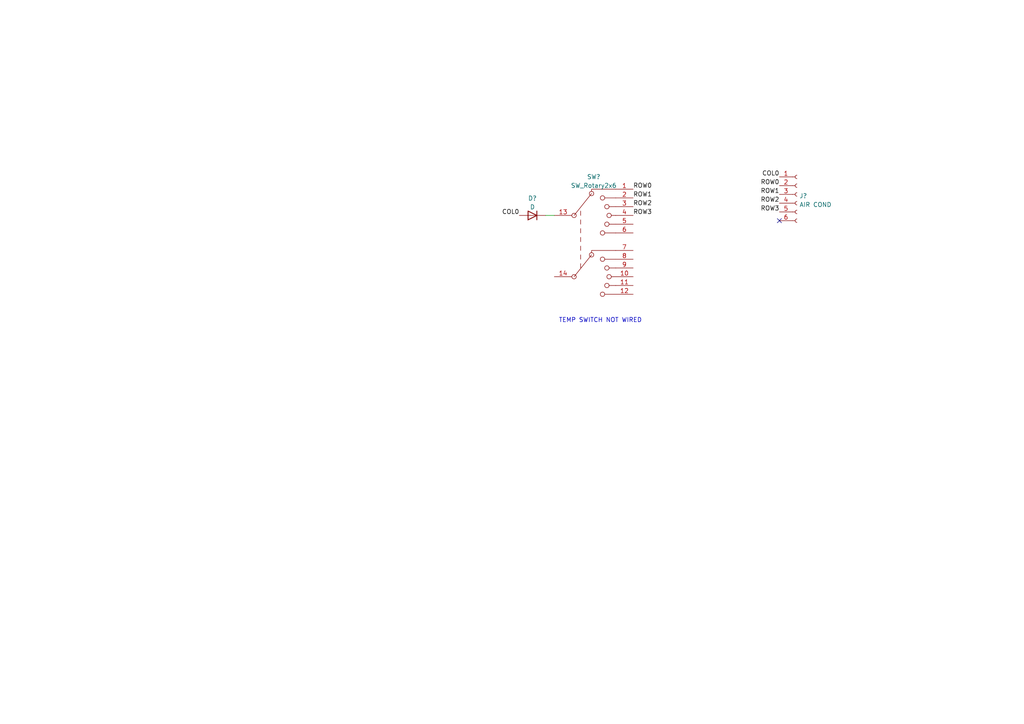
<source format=kicad_sch>
(kicad_sch (version 20211123) (generator eeschema)
  (paper "A4")
  (lib_symbols
    (symbol "Connector:Conn_01x06_Female" (pin_names (offset 1.016) hide)
      (property "Reference" "J" (at 0 7.62 0))
      (property "Value" "Conn_01x06_Female" (at 0 -10.16 0))
      (symbol "Conn_01x06_Female_1_1"
        (arc (start 0 -7.112) (mid -0.508 -7.62) (end 0 -8.128) (stroke (width 0.1524)))
        (arc (start 0 -4.572) (mid -0.508 -5.08) (end 0 -5.588) (stroke (width 0.1524)))
        (arc (start 0 -2.032) (mid -0.508 -2.54) (end 0 -3.048) (stroke (width 0.1524)))
        (polyline (pts (xy -1.27 -7.62) (xy -0.508 -7.62)) (stroke (width 0.1524)))
        (polyline (pts (xy -1.27 -5.08) (xy -0.508 -5.08)) (stroke (width 0.1524)))
        (polyline (pts (xy -1.27 -2.54) (xy -0.508 -2.54)) (stroke (width 0.1524)))
        (polyline (pts (xy -1.27 0) (xy -0.508 0)) (stroke (width 0.1524)))
        (polyline (pts (xy -1.27 2.54) (xy -0.508 2.54)) (stroke (width 0.1524)))
        (polyline (pts (xy -1.27 5.08) (xy -0.508 5.08)) (stroke (width 0.1524)))
        (arc (start 0 0.508) (mid -0.508 0) (end 0 -0.508) (stroke (width 0.1524)))
        (arc (start 0 3.048) (mid -0.508 2.54) (end 0 2.032) (stroke (width 0.1524)))
        (arc (start 0 5.588) (mid -0.508 5.08) (end 0 4.572) (stroke (width 0.1524)))
        (pin passive line (at -5.08 5.08 0) (length 3.81) (name "Pin_1") (number "1"))
        (pin passive line (at -5.08 2.54 0) (length 3.81) (name "Pin_2") (number "2"))
        (pin passive line (at -5.08 0 0) (length 3.81) (name "Pin_3") (number "3"))
        (pin passive line (at -5.08 -2.54 0) (length 3.81) (name "Pin_4") (number "4"))
        (pin passive line (at -5.08 -5.08 0) (length 3.81) (name "Pin_5") (number "5"))
        (pin passive line (at -5.08 -7.62 0) (length 3.81) (name "Pin_6") (number "6"))
      )
    )
    (symbol "Device:D" (pin_numbers hide) (pin_names (offset 1.016) hide)
      (property "Reference" "D" (at 0 2.54 0))
      (property "Value" "D" (at 0 -2.54 0))
      (symbol "D_0_1"
        (polyline (pts (xy -1.27 1.27) (xy -1.27 -1.27)) (stroke (width 0.254)))
        (polyline (pts (xy 1.27 0) (xy -1.27 0)))
        (polyline (pts (xy 1.27 1.27) (xy 1.27 -1.27) (xy -1.27 0) (xy 1.27 1.27)) (stroke (width 0.254)))
      )
      (symbol "D_1_1"
        (pin passive line (at -3.81 0 0) (length 2.54) (name "K") (number "1"))
        (pin passive line (at 3.81 0 180) (length 2.54) (name "A") (number "2"))
      )
    )
    (symbol "Switch:SW_Rotary2x6" (pin_names (offset 1.016) hide)
      (property "Reference" "SW" (at 0 17.78 0))
      (property "Value" "SW_Rotary2x6" (at 0 -17.78 0))
      (symbol "SW_Rotary2x6_0_0"
        (circle (center -4.445 -10.16) (radius 0.635))
        (circle (center -4.445 7.62) (radius 0.635))
        (polyline (pts (xy -4.445 -10.16) (xy 0.635 -3.81)))
        (polyline (pts (xy -4.445 7.62) (xy 0.635 13.97)))
        (polyline (pts (xy -2.54 -7.62) (xy -2.54 -6.35)))
        (polyline (pts (xy -2.54 -5.08) (xy -2.54 -3.81)))
        (polyline (pts (xy -2.54 -2.54) (xy -2.54 -1.27)))
        (polyline (pts (xy -2.54 0) (xy -2.54 1.27)))
        (polyline (pts (xy -2.54 2.54) (xy -2.54 3.81)))
        (polyline (pts (xy -2.54 5.08) (xy -2.54 6.35)))
        (polyline (pts (xy -2.54 7.62) (xy -2.54 8.89)))
        (polyline (pts (xy 4.445 -5.08) (xy 7.62 -5.08)))
        (polyline (pts (xy 4.445 12.7) (xy 7.62 12.7)))
        (polyline (pts (xy 5.715 -12.7) (xy 7.62 -12.7)))
        (polyline (pts (xy 5.715 -7.62) (xy 7.62 -7.62)))
        (polyline (pts (xy 5.715 5.08) (xy 7.62 5.08)))
        (polyline (pts (xy 5.715 10.16) (xy 7.62 10.16)))
        (polyline (pts (xy 6.35 -10.16) (xy 7.62 -10.16)))
        (polyline (pts (xy 6.35 7.62) (xy 7.62 7.62)))
        (polyline (pts (xy 7.62 -15.24) (xy 4.445 -15.24)))
        (polyline (pts (xy 7.62 2.54) (xy 4.445 2.54)))
        (polyline (pts (xy 0.635 -3.175) (xy 0.635 -2.54) (xy 7.62 -2.54)))
        (polyline (pts (xy 0.635 14.605) (xy 0.635 15.24) (xy 7.62 15.24)))
        (circle (center 0.635 -3.81) (radius 0.635))
        (circle (center 0.635 13.97) (radius 0.635))
        (circle (center 3.81 -15.24) (radius 0.635))
        (circle (center 3.81 -5.08) (radius 0.635))
        (circle (center 3.81 2.54) (radius 0.635))
        (circle (center 3.81 12.7) (radius 0.635))
        (circle (center 5.08 -12.7) (radius 0.635))
        (circle (center 5.08 -7.62) (radius 0.635))
        (circle (center 5.08 5.08) (radius 0.635))
        (circle (center 5.08 10.16) (radius 0.635))
        (circle (center 5.715 -10.16) (radius 0.635))
        (circle (center 5.715 7.62) (radius 0.635))
      )
      (symbol "SW_Rotary2x6_0_1"
        (pin passive line (at 12.7 15.24 180) (length 5.08) (name "1") (number "1"))
        (pin passive line (at 12.7 -10.16 180) (length 5.08) (name "10") (number "10"))
        (pin passive line (at 12.7 -12.7 180) (length 5.08) (name "11") (number "11"))
        (pin passive line (at 12.7 -15.24 180) (length 5.08) (name "12") (number "12"))
        (pin passive line (at -10.16 7.62 0) (length 5.08) (name "13") (number "13"))
        (pin passive line (at -10.16 -10.16 0) (length 5.08) (name "14") (number "14"))
        (pin passive line (at 12.7 12.7 180) (length 5.08) (name "2") (number "2"))
        (pin passive line (at 12.7 10.16 180) (length 5.08) (name "3") (number "3"))
        (pin passive line (at 12.7 7.62 180) (length 5.08) (name "4") (number "4"))
        (pin passive line (at 12.7 5.08 180) (length 5.08) (name "5") (number "5"))
        (pin passive line (at 12.7 2.54 180) (length 5.08) (name "6") (number "6"))
        (pin passive line (at 12.7 -2.54 180) (length 5.08) (name "7") (number "7"))
        (pin passive line (at 12.7 -5.08 180) (length 5.08) (name "8") (number "8"))
        (pin passive line (at 12.7 -7.62 180) (length 5.08) (name "9") (number "9"))
      )
    )
  )
  (no_connect (at 226.06 64.008))
  (wire (pts (xy 158.242 62.484) (xy 160.782 62.484)))
  (text "TEMP SWITCH NOT WIRED\n" (at 162.052 93.726 0) (effects (font (size 1.27 1.27)) (justify left bottom)))
  (label "COL0" (at 150.622 62.484 180))
  (label "ROW0" (at 183.642 54.864 0))
  (label "ROW3" (at 226.06 61.468 180))
  (label "ROW0" (at 226.06 53.848 180))
  (label "ROW1" (at 183.642 57.404 0))
  (label "ROW2" (at 183.642 59.944 0))
  (label "ROW3" (at 183.642 62.484 0))
  (label "ROW1" (at 226.06 56.388 180))
  (label "ROW2" (at 226.06 58.928 180))
  (label "COL0" (at 226.06 51.308 180))
  (symbol (lib_id "Device:D") (at 154.432 62.484 180) (unit 1)
    (property "Reference" "D?" (at 154.432 57.5142 0))
    (property "Value" "D" (at 154.432 60.0511 0))
  )
  (symbol (lib_id "Switch:SW_Rotary2x6") (at 170.942 70.104 0) (unit 1)
    (property "Reference" "SW?" (at 172.212 51.2912 0))
    (property "Value" "SW_Rotary2x6" (at 172.212 53.8281 0))
    (property "Datasheet" "http://cdn-reichelt.de/documents/datenblatt/C200/DS-Serie%23LOR.pdf" (effects hide))
  )
  (symbol (lib_id "Connector:Conn_01x06_Female") (at 231.14 56.388 0) (unit 1)
    (property "Reference" "J?" (at 231.8512 56.8233 0) (effects (justify left)))
    (property "Value" "AIR COND" (at 231.8512 59.3602 0) (effects (justify left)))
  )
)
</source>
